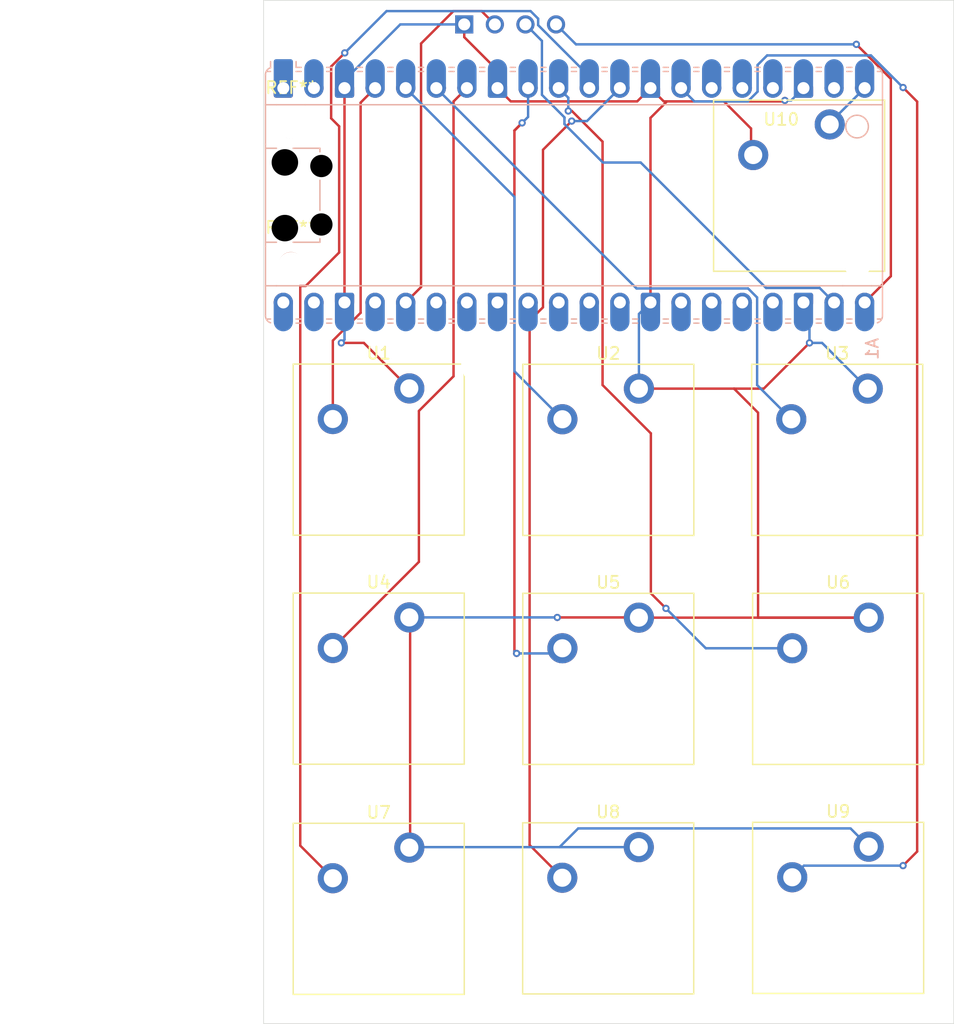
<source format=kicad_pcb>
(kicad_pcb (version 20241229) (generator "pcbnew") (generator_version "9.0")
  (layers (0 "F.Cu" signal) (2 "B.Cu" signal) (13 "F.Paste" user) (15 "B.Paste" user) (5 "F.SilkS" user "F.Silkscreen") (7 "B.SilkS" user "B.Silkscreen") (1 "F.Mask" user) (3 "B.Mask" user) (25 "Edge.Cuts" user))
  (net 0 "")
  (net 1 "BAT+")
  (net 3 "Net-(A1-GPIO9)")
  (net 4 "Net-(A1-GPIO2)")
  (net 7 "Earth")
  (net 8 "Net-(A1-GPIO17)")
  (net 9 "Net-(A1-GPIO5)")
  (net 11 "Net-(A1-GPIO6)")
  (net 16 "Net-(A1-GPIO15)")
  (net 22 "Net-(A1-GPIO16)")
  (net 25 "Net-(A1-GPIO8)")
  (net 27 "Net-(A1-GPIO3)")
  (footprint "" (layer "F.Cu") (at 77.1 158.8)
    (property "Reference" "" (at 0 0 0) (layer "F.SilkS") (effects (font (size 1.27 1.27))))
    (property "Value" "")
    (pad "" np_thru_hole circle (at 0 0) (size 2.2 2.2) (drill 2.2) (layers "*.Cu" "*.Mask"))
  )
  (footprint "" (layer "F.Cu") (at 125 97.2)
    (property "Reference" "" (at 0 0 0) (layer "F.SilkS") (effects (font (size 1.27 1.27))))
    (property "Value" "")
    (pad "" np_thru_hole circle (at 0 0) (size 2.2 2.2) (drill 2.2) (layers "*.Cu" "*.Mask"))
  )
  (footprint "" (layer "F.Cu") (at 113.9 122)
    (property "Reference" "" (at 0 0 0) (layer "F.SilkS") (effects (font (size 1.27 1.27))))
    (property "Value" "")
    (pad "" np_thru_hole circle (at 0 0) (size 2.2 2.2) (drill 2.2) (layers "*.Cu" "*.Mask"))
  )
  (footprint "" (layer "F.Cu") (at 94.1 105.4)
    (property "Reference" "" (at 0 0 0) (layer "F.SilkS") (effects (font (size 1.27 1.27))))
    (property "Value" "")
    (pad "" np_thru_hole circle (at 0 0) (size 4 4) (drill 4) (layers "*.Cu" "*.Mask"))
  )
  (footprint "PCM_Switch_Keyboard_Cherry_MX:SW_Cherry_MX_PCB_1.00u" (layer "F.Cu") (at 104.32 131.6)
    (property "Reference" "U5" (at 0 -8 0) (layer "F.SilkS"))
    (property "Value" "MX1A-11NN")
    (pad "" np_thru_hole circle (at -5.08 0) (size 1.75 1.75) (drill 1.75) (layers "*.Cu" "*.Mask"))
    (pad "" np_thru_hole circle (at 0 0) (size 4 4) (drill 4) (layers "*.Cu" "*.Mask"))
    (pad "" np_thru_hole circle (at 5.08 0) (size 1.75 1.75) (drill 1.75) (layers "*.Cu" "*.Mask"))
    (pad "1" thru_hole circle (at -3.81 -2.54) (size 2.5 2.5) (drill 1.5) (layers "*.Cu" "*.Mask") (net 11 "Net-(A1-GPIO6)"))
    (pad "2" thru_hole circle (at 2.54 -5.08) (size 2.5 2.5) (drill 1.5) (layers "*.Cu" "*.Mask") (net 7 "Earth"))
  )
  (footprint "" (layer "F.Cu") (at 131.6 76.7)
    (property "Reference" "" (at 0 0 0) (layer "F.SilkS") (effects (font (size 1.27 1.27))))
    (property "Value" "")
    (pad "" np_thru_hole circle (at 0 0) (size 2.2 2.2) (drill 2.2) (layers "*.Cu" "*.Mask"))
  )
  (footprint "PCM_Switch_Keyboard_Cherry_MX:SW_Cherry_MX_PCB_1.00u" (layer "F.Cu") (at 85.26 131.58)
    (property "Reference" "U4" (at 0 -8 0) (layer "F.SilkS"))
    (property "Value" "MX1A-11NN")
    (pad "" np_thru_hole circle (at -5.08 0) (size 1.75 1.75) (drill 1.75) (layers "*.Cu" "*.Mask"))
    (pad "" np_thru_hole circle (at 0 0) (size 4 4) (drill 4) (layers "*.Cu" "*.Mask"))
    (pad "" np_thru_hole circle (at 5.08 0) (size 1.75 1.75) (drill 1.75) (layers "*.Cu" "*.Mask"))
    (pad "1" thru_hole circle (at -3.81 -2.54) (size 2.5 2.5) (drill 1.5) (layers "*.Cu" "*.Mask") (net 9 "Net-(A1-GPIO5)"))
    (pad "2" thru_hole circle (at 2.54 -5.08) (size 2.5 2.5) (drill 1.5) (layers "*.Cu" "*.Mask") (net 7 "Earth"))
  )
  (footprint "PCM_Switch_Keyboard_Cherry_MX:SW_Cherry_MX_PCB_1.00u" (layer "F.Cu") (at 85.26 112.58)
    (property "Reference" "U1" (at 0 -8 0) (layer "F.SilkS"))
    (property "Value" "MX1A-11NN")
    (pad "" np_thru_hole circle (at -5.08 0) (size 1.75 1.75) (drill 1.75) (layers "*.Cu" "*.Mask"))
    (pad "" np_thru_hole circle (at 0 0) (size 4 4) (drill 4) (layers "*.Cu" "*.Mask"))
    (pad "" np_thru_hole circle (at 5.08 0) (size 1.75 1.75) (drill 1.75) (layers "*.Cu" "*.Mask"))
    (pad "1" thru_hole circle (at -3.81 -2.54) (size 2.5 2.5) (drill 1.5) (layers "*.Cu" "*.Mask") (net 4 "Net-(A1-GPIO2)"))
    (pad "2" thru_hole circle (at 2.54 -5.08) (size 2.5 2.5) (drill 1.5) (layers "*.Cu" "*.Mask") (net 7 "Earth"))
  )
  (footprint "PCM_Switch_Keyboard_Cherry_MX:SW_Cherry_MX_PCB_1.00u" (layer "F.Cu") (at 104.32 112.6)
    (property "Reference" "U2" (at 0 -8 0) (layer "F.SilkS"))
    (property "Value" "MX1A-11NN")
    (pad "" np_thru_hole circle (at -5.08 0) (size 1.75 1.75) (drill 1.75) (layers "*.Cu" "*.Mask"))
    (pad "" np_thru_hole circle (at 0 0) (size 4 4) (drill 4) (layers "*.Cu" "*.Mask"))
    (pad "" np_thru_hole circle (at 5.08 0) (size 1.75 1.75) (drill 1.75) (layers "*.Cu" "*.Mask"))
    (pad "1" thru_hole circle (at -3.81 -2.54) (size 2.5 2.5) (drill 1.5) (layers "*.Cu" "*.Mask") (net 27 "Net-(A1-GPIO3)"))
    (pad "2" thru_hole circle (at 2.54 -5.08) (size 2.5 2.5) (drill 1.5) (layers "*.Cu" "*.Mask") (net 7 "Earth"))
  )
  (footprint "PCM_Switch_Keyboard_Cherry_MX:SW_Cherry_MX_PCB_1.00u" (layer "F.Cu") (at 104.31 150.64)
    (property "Reference" "U8" (at 0 -8 0) (layer "F.SilkS"))
    (property "Value" "MX1A-11NN")
    (pad "" np_thru_hole circle (at -5.08 0) (size 1.75 1.75) (drill 1.75) (layers "*.Cu" "*.Mask"))
    (pad "" np_thru_hole circle (at 0 0) (size 4 4) (drill 4) (layers "*.Cu" "*.Mask"))
    (pad "" np_thru_hole circle (at 5.08 0) (size 1.75 1.75) (drill 1.75) (layers "*.Cu" "*.Mask"))
    (pad "1" thru_hole circle (at -3.81 -2.54) (size 2.5 2.5) (drill 1.5) (layers "*.Cu" "*.Mask") (net 3 "Net-(A1-GPIO9)"))
    (pad "2" thru_hole circle (at 2.54 -5.08) (size 2.5 2.5) (drill 1.5) (layers "*.Cu" "*.Mask") (net 7 "Earth"))
  )
  (footprint "MountingHole:MountingHole_2.2mm_M2" (layer "F.Cu") (at 78 97.3)
    (property "Reference" "REF**" (at 0 -3.15 0) (layer "F.SilkS"))
    (property "Value" "MountingHole_2.2mm_M2")
    (pad "" np_thru_hole circle (at 0 0) (size 2.2 2.2) (drill 2.2) (layers "*.Cu" "*.Mask"))
  )
  (footprint "" (layer "F.Cu") (at 94.8 141.1)
    (property "Reference" "" (at 0 0 0) (layer "F.SilkS") (effects (font (size 1.27 1.27))))
    (property "Value" "")
    (pad "" np_thru_hole circle (at 0 0) (size 2.2 2.2) (drill 2.2) (layers "*.Cu" "*.Mask"))
  )
  (footprint "PCM_Switch_Keyboard_Cherry_MX:SW_Cherry_MX_PCB_1.00u" (layer "F.Cu") (at 123.4 131.6)
    (property "Reference" "U6" (at 0 -8 0) (layer "F.SilkS"))
    (property "Value" "MX1A-11NN")
    (pad "" np_thru_hole circle (at -5.08 0) (size 1.75 1.75) (drill 1.75) (layers "*.Cu" "*.Mask"))
    (pad "" np_thru_hole circle (at 0 0) (size 4 4) (drill 4) (layers "*.Cu" "*.Mask"))
    (pad "" np_thru_hole circle (at 5.08 0) (size 1.75 1.75) (drill 1.75) (layers "*.Cu" "*.Mask"))
    (pad "1" thru_hole circle (at -3.81 -2.54) (size 2.5 2.5) (drill 1.5) (layers "*.Cu" "*.Mask") (net 1 "BAT+"))
    (pad "2" thru_hole circle (at 2.54 -5.08) (size 2.5 2.5) (drill 1.5) (layers "*.Cu" "*.Mask") (net 7 "Earth"))
  )
  (footprint "" (layer "F.Cu") (at 131.5 158.7)
    (property "Reference" "" (at 0 0 0) (layer "F.SilkS") (effects (font (size 1.27 1.27))))
    (property "Value" "")
    (pad "" np_thru_hole circle (at 0 0) (size 2.2 2.2) (drill 2.2) (layers "*.Cu" "*.Mask"))
  )
  (footprint "MountingHole:MountingHole_2.2mm_M2" (layer "F.Cu") (at 78 85.7)
    (property "Reference" "REF**" (at 0 -3.15 0) (layer "F.SilkS"))
    (property "Value" "MountingHole_2.2mm_M2")
    (pad "" np_thru_hole circle (at 0 0) (size 2.2 2.2) (drill 2.2) (layers "*.Cu" "*.Mask"))
  )
  (footprint "PCM_Switch_Keyboard_Cherry_MX:SW_Cherry_MX_PCB_1.00u" (layer "F.Cu") (at 120.16 90.68)
    (property "Reference" "U10" (at -1.48 -5.5 0) (layer "F.SilkS"))
    (property "Value" "MX1A-11NN")
    (pad "" np_thru_hole circle (at -5.08 0) (size 1.75 1.75) (drill 1.75) (layers "*.Cu" "*.Mask"))
    (pad "" np_thru_hole circle (at 0 0) (size 4 4) (drill 4) (layers "*.Cu" "*.Mask"))
    (pad "" np_thru_hole circle (at 5.08 0) (size 1.75 1.75) (drill 1.75) (layers "*.Cu" "*.Mask"))
    (pad "1" thru_hole circle (at -3.81 -2.54) (size 2.5 2.5) (drill 1.5) (layers "*.Cu" "*.Mask") (net 7 "Earth"))
    (pad "2" thru_hole circle (at 2.54 -5.08) (size 2.5 2.5) (drill 1.5) (layers "*.Cu" "*.Mask") (net 16 "Net-(A1-GPIO15)"))
  )
  (footprint "" (layer "F.Cu") (at 94.7 122.2)
    (property "Reference" "" (at 0 0 0) (layer "F.SilkS") (effects (font (size 1.27 1.27))))
    (property "Value" "")
    (pad "" np_thru_hole circle (at 0 0) (size 2.2 2.2) (drill 2.2) (layers "*.Cu" "*.Mask"))
  )
  (footprint "DM-OLED096-636:MODULE_DM-OLED096-636" (layer "F.Cu") (at 96.17 88.8)
    (property "Reference" "U11" (hide yes))
    (property "Value" "DM-OLED096-636")
    (pad "1" thru_hole rect (at -3.81 -11.5) (size 1.508 1.508) (drill 1) (layers "*.Cu" "*.Mask") (net 7 "Earth"))
    (pad "2" thru_hole circle (at -1.27 -11.5) (size 1.508 1.508) (drill 1) (layers "*.Cu" "*.Mask") (net 1 "BAT+"))
    (pad "3" thru_hole circle (at 1.27 -11.5) (size 1.508 1.508) (drill 1) (layers "*.Cu" "*.Mask") (net 8 "Net-(A1-GPIO17)"))
    (pad "4" thru_hole circle (at 3.81 -11.5) (size 1.508 1.508) (drill 1) (layers "*.Cu" "*.Mask") (net 22 "Net-(A1-GPIO16)"))
  )
  (footprint "PCM_Switch_Keyboard_Cherry_MX:SW_Cherry_MX_PCB_1.00u" (layer "F.Cu") (at 123.32 112.6)
    (property "Reference" "U3" (at 0 -8 0) (layer "F.SilkS"))
    (property "Value" "MX1A-11NN")
    (pad "" np_thru_hole circle (at -5.08 0) (size 1.75 1.75) (drill 1.75) (layers "*.Cu" "*.Mask"))
    (pad "" np_thru_hole circle (at 0 0) (size 4 4) (drill 4) (layers "*.Cu" "*.Mask"))
    (pad "" np_thru_hole circle (at 5.08 0) (size 1.75 1.75) (drill 1.75) (layers "*.Cu" "*.Mask"))
    (pad "1" thru_hole circle (at -3.81 -2.54) (size 2.5 2.5) (drill 1.5) (layers "*.Cu" "*.Mask") (net 1 "BAT+"))
    (pad "2" thru_hole circle (at 2.54 -5.08) (size 2.5 2.5) (drill 1.5) (layers "*.Cu" "*.Mask") (net 7 "Earth"))
  )
  (footprint "" (layer "F.Cu") (at 77.1 76.7)
    (property "Reference" "" (at 0 0 0) (layer "F.SilkS") (effects (font (size 1.27 1.27))))
    (property "Value" "")
    (pad "" np_thru_hole circle (at 0 0) (size 2.2 2.2) (drill 2.2) (layers "*.Cu" "*.Mask"))
  )
  (footprint "PCM_Switch_Keyboard_Cherry_MX:SW_Cherry_MX_PCB_1.00u" (layer "F.Cu") (at 85.26 150.68)
    (property "Reference" "U7" (at 0 -8 0) (layer "F.SilkS"))
    (property "Value" "MX1A-11NN")
    (pad "" np_thru_hole circle (at -5.08 0) (size 1.75 1.75) (drill 1.75) (layers "*.Cu" "*.Mask"))
    (pad "" np_thru_hole circle (at 0 0) (size 4 4) (drill 4) (layers "*.Cu" "*.Mask"))
    (pad "" np_thru_hole circle (at 5.08 0) (size 1.75 1.75) (drill 1.75) (layers "*.Cu" "*.Mask"))
    (pad "1" thru_hole circle (at -3.81 -2.54) (size 2.5 2.5) (drill 1.5) (layers "*.Cu" "*.Mask") (net 25 "Net-(A1-GPIO8)"))
    (pad "2" thru_hole circle (at 2.54 -5.08) (size 2.5 2.5) (drill 1.5) (layers "*.Cu" "*.Mask") (net 7 "Earth"))
  )
  (footprint "PCM_Switch_Keyboard_Cherry_MX:SW_Cherry_MX_PCB_1.00u" (layer "F.Cu") (at 123.4 150.6)
    (property "Reference" "U9" (at 0 -8 0) (layer "F.SilkS"))
    (property "Value" "MX1A-11NN")
    (pad "" np_thru_hole circle (at -5.08 0) (size 1.75 1.75) (drill 1.75) (layers "*.Cu" "*.Mask"))
    (pad "" np_thru_hole circle (at 0 0) (size 4 4) (drill 4) (layers "*.Cu" "*.Mask"))
    (pad "" np_thru_hole circle (at 5.08 0) (size 1.75 1.75) (drill 1.75) (layers "*.Cu" "*.Mask"))
    (pad "1" thru_hole circle (at -3.81 -2.54) (size 2.5 2.5) (drill 1.5) (layers "*.Cu" "*.Mask") (net 1 "BAT+"))
    (pad "2" thru_hole circle (at 2.54 -5.08) (size 2.5 2.5) (drill 1.5) (layers "*.Cu" "*.Mask") (net 7 "Earth"))
  )
  (footprint "" (layer "F.Cu") (at 113.9 141.2)
    (property "Reference" "" (at 0 0 0) (layer "F.SilkS") (effects (font (size 1.27 1.27))))
    (property "Value" "")
    (pad "" np_thru_hole circle (at 0 0) (size 2.2 2.2) (drill 2.2) (layers "*.Cu" "*.Mask"))
  )
  (footprint "Module_RaspberryPi_Pico:RaspberryPi_Pico_Common" (layer "B.Cu") (at 101.47 91.475 -90)
    (property "Reference" "A1" (at 11.7475 -24.765 90) (layer "B.SilkS") (effects (justify left mirror)))
    (property "Value" "RaspberryPi_Pico")
    (pad "" np_thru_hole circle (at -2.725 24 270) (size 2.2 2.2) (drill 2.2) (layers "*.Mask"))
    (pad "" np_thru_hole circle (at -2.425 20.97 270) (size 1.85 1.85) (drill 1.85) (layers "*.Mask"))
    (pad "" np_thru_hole circle (at 2.425 20.97 270) (size 1.85 1.85) (drill 1.85) (layers "*.Mask"))
    (pad "" np_thru_hole circle (at 2.725 24 270) (size 2.2 2.2) (drill 2.2) (layers "*.Mask"))
    (pad "1" thru_hole roundrect (at -8.89 24.13 270) (size 1.6 1.6) (drill 1) (layers "*.Cu" "*.Mask") (roundrect_rratio 0.125))
    (pad "1" smd custom (at -8.89 24.13 270) (size 1.6 1.6) (layers "B.Cu" "B.Mask") (options (clearance outline) (anchor circle)) (primitives (gr_poly (pts (xy -2.4 -0.6) (xy -2.4 0.6) (xy -2.2 0.8) (xy 0 0.8) (xy 0 -0.8) (xy -2.2 -0.8)) (width 0) (fill yes)) (gr_circle (center -2.2 -0.6) (end -2 -0.6) (width 0) (fill yes)) (gr_circle (center -2.2 0.6) (end -2 0.6) (width 0) (fill yes))))
    (pad "2" thru_hole circle (at -8.89 21.59 270) (size 1.6 1.6) (drill 1) (layers "*.Cu" "*.Mask"))
    (pad "2" smd roundrect (at -8.89 21.59 270) (size 3.2 1.6) (drill (offset -0.8 0)) (layers "B.Cu" "B.Mask") (roundrect_rratio 0.5))
    (pad "3" thru_hole custom (at -8.89 19.05 270) (size 1.6 1.6) (drill 1) (layers "*.Cu" "*.Mask") (net 7 "Earth") (options (clearance outline) (anchor circle)) (primitives (gr_poly (pts (xy 0.8 -0.6) (xy 0.8 0.6) (xy 0.6 0.8) (xy 0 0.8) (xy 0 -0.8) (xy 0.6 -0.8)) (width 0) (fill yes)) (gr_circle (center 0.6 -0.6) (end 0.8 -0.6) (width 0) (fill yes)) (gr_circle (center 0.6 0.6) (end 0.8 0.6) (width 0) (fill yes))))
    (pad "3" smd custom (at -8.89 19.05 270) (size 1.6 1.6) (layers "B.Cu" "B.Mask") (net 7 "Earth") (options (clearance outline) (anchor circle)) (primitives (gr_poly (pts (xy 0.8 0.6) (xy 0.8 -0.6) (xy 0.6 -0.8) (xy -1.6 -0.8) (xy -1.6 0.8) (xy 0.6 0.8)) (width 0) (fill yes)) (gr_circle (center 0.6 -0.6) (end 0.8 -0.6) (width 0) (fill yes)) (gr_circle (center 0.6 0.6) (end 0.8 0.6) (width 0) (fill yes)) (gr_circle (center -1.6 0) (end -0.8 0) (width 0) (fill yes))))
    (pad "4" thru_hole circle (at -8.89 16.51 270) (size 1.6 1.6) (drill 1) (layers "*.Cu" "*.Mask") (net 4 "Net-(A1-GPIO2)"))
    (pad "4" smd roundrect (at -8.89 16.51 270) (size 3.2 1.6) (drill (offset -0.8 0)) (layers "B.Cu" "B.Mask") (roundrect_rratio 0.5) (net 4 "Net-(A1-GPIO2)"))
    (pad "5" thru_hole circle (at -8.89 13.97 270) (size 1.6 1.6) (drill 1) (layers "*.Cu" "*.Mask") (net 27 "Net-(A1-GPIO3)"))
    (pad "5" smd roundrect (at -8.89 13.97 270) (size 3.2 1.6) (drill (offset -0.8 0)) (layers "B.Cu" "B.Mask") (roundrect_rratio 0.5) (net 27 "Net-(A1-GPIO3)"))
    (pad "6" thru_hole circle (at -8.89 11.43 270) (size 1.6 1.6) (drill 1) (layers "*.Cu" "*.Mask") (net 1 "BAT+"))
    (pad "6" smd roundrect (at -8.89 11.43 270) (size 3.2 1.6) (drill (offset -0.8 0)) (layers "B.Cu" "B.Mask") (roundrect_rratio 0.5) (net 1 "BAT+"))
    (pad "7" thru_hole circle (at -8.89 8.89 270) (size 1.6 1.6) (drill 1) (layers "*.Cu" "*.Mask") (net 9 "Net-(A1-GPIO5)"))
    (pad "7" smd roundrect (at -8.89 8.89 270) (size 3.2 1.6) (drill (offset -0.8 0)) (layers "B.Cu" "B.Mask") (roundrect_rratio 0.5) (net 9 "Net-(A1-GPIO5)"))
    (pad "8" thru_hole custom (at -8.89 6.35 270) (size 1.6 1.6) (drill 1) (layers "*.Cu" "*.Mask") (net 7 "Earth") (options (clearance outline) (anchor circle)) (primitives (gr_poly (pts (xy 0.8 -0.6) (xy 0.8 0.6) (xy 0.6 0.8) (xy 0 0.8) (xy 0 -0.8) (xy 0.6 -0.8)) (width 0) (fill yes)) (gr_circle (center 0.6 -0.6) (end 0.8 -0.6) (width 0) (fill yes)) (gr_circle (center 0.6 0.6) (end 0.8 0.6) (width 0) (fill yes))))
    (pad "8" smd custom (at -8.89 6.35 270) (size 1.6 1.6) (layers "B.Cu" "B.Mask") (net 7 "Earth") (options (clearance outline) (anchor circle)) (primitives (gr_poly (pts (xy 0.8 0.6) (xy 0.8 -0.6) (xy 0.6 -0.8) (xy -1.6 -0.8) (xy -1.6 0.8) (xy 0.6 0.8)) (width 0) (fill yes)) (gr_circle (center 0.6 -0.6) (end 0.8 -0.6) (width 0) (fill yes)) (gr_circle (center 0.6 0.6) (end 0.8 0.6) (width 0) (fill yes)) (gr_circle (center -1.6 0) (end -0.8 0) (width 0) (fill yes))))
    (pad "9" thru_hole circle (at -8.89 3.81 270) (size 1.6 1.6) (drill 1) (layers "*.Cu" "*.Mask") (net 11 "Net-(A1-GPIO6)"))
    (pad "9" smd roundrect (at -8.89 3.81 270) (size 3.2 1.6) (drill (offset -0.8 0)) (layers "B.Cu" "B.Mask") (roundrect_rratio 0.5) (net 11 "Net-(A1-GPIO6)"))
    (pad "10" thru_hole circle (at -8.89 1.27 270) (size 1.6 1.6) (drill 1) (layers "*.Cu" "*.Mask") (net 1 "BAT+"))
    (pad "10" smd roundrect (at -8.89 1.27 270) (size 3.2 1.6) (drill (offset -0.8 0)) (layers "B.Cu" "B.Mask") (roundrect_rratio 0.5) (net 1 "BAT+"))
    (pad "11" thru_hole circle (at -8.89 -1.27 270) (size 1.6 1.6) (drill 1) (layers "*.Cu" "*.Mask") (net 25 "Net-(A1-GPIO8)"))
    (pad "11" smd roundrect (at -8.89 -1.27 270) (size 3.2 1.6) (drill (offset -0.8 0)) (layers "B.Cu" "B.Mask") (roundrect_rratio 0.5) (net 25 "Net-(A1-GPIO8)"))
    (pad "12" thru_hole circle (at -8.89 -3.81 270) (size 1.6 1.6) (drill 1) (layers "*.Cu" "*.Mask") (net 3 "Net-(A1-GPIO9)"))
    (pad "12" smd roundrect (at -8.89 -3.81 270) (size 3.2 1.6) (drill (offset -0.8 0)) (layers "B.Cu" "B.Mask") (roundrect_rratio 0.5) (net 3 "Net-(A1-GPIO9)"))
    (pad "13" thru_hole custom (at -8.89 -6.35 270) (size 1.6 1.6) (drill 1) (layers "*.Cu" "*.Mask") (net 7 "Earth") (options (clearance outline) (anchor circle)) (primitives (gr_poly (pts (xy 0.8 -0.6) (xy 0.8 0.6) (xy 0.6 0.8) (xy 0 0.8) (xy 0 -0.8) (xy 0.6 -0.8)) (width 0) (fill yes)) (gr_circle (center 0.6 -0.6) (end 0.8 -0.6) (width 0) (fill yes)) (gr_circle (center 0.6 0.6) (end 0.8 0.6) (width 0) (fill yes))))
    (pad "13" smd custom (at -8.89 -6.35 270) (size 1.6 1.6) (layers "B.Cu" "B.Mask") (net 7 "Earth") (options (clearance outline) (anchor circle)) (primitives (gr_poly (pts (xy 0.8 0.6) (xy 0.8 -0.6) (xy 0.6 -0.8) (xy -1.6 -0.8) (xy -1.6 0.8) (xy 0.6 0.8)) (width 0) (fill yes)) (gr_circle (center 0.6 -0.6) (end 0.8 -0.6) (width 0) (fill yes)) (gr_circle (center 0.6 0.6) (end 0.8 0.6) (width 0) (fill yes)) (gr_circle (center -1.6 0) (end -0.8 0) (width 0) (fill yes))))
    (pad "14" thru_hole circle (at -8.89 -8.89 270) (size 1.6 1.6) (drill 1) (layers "*.Cu" "*.Mask") (net 1 "BAT+"))
    (pad "14" smd roundrect (at -8.89 -8.89 270) (size 3.2 1.6) (drill (offset -0.8 0)) (layers "B.Cu" "B.Mask") (roundrect_rratio 0.5) (net 1 "BAT+"))
    (pad "15" thru_hole circle (at -8.89 -11.43 270) (size 1.6 1.6) (drill 1) (layers "*.Cu" "*.Mask"))
    (pad "15" smd roundrect (at -8.89 -11.43 270) (size 3.2 1.6) (drill (offset -0.8 0)) (layers "B.Cu" "B.Mask") (roundrect_rratio 0.5))
    (pad "16" thru_hole circle (at -8.89 -13.97 270) (size 1.6 1.6) (drill 1) (layers "*.Cu" "*.Mask"))
    (pad "16" smd roundrect (at -8.89 -13.97 270) (size 3.2 1.6) (drill (offset -0.8 0)) (layers "B.Cu" "B.Mask") (roundrect_rratio 0.5))
    (pad "17" thru_hole circle (at -8.89 -16.51 270) (size 1.6 1.6) (drill 1) (layers "*.Cu" "*.Mask"))
    (pad "17" smd roundrect (at -8.89 -16.51 270) (size 3.2 1.6) (drill (offset -0.8 0)) (layers "B.Cu" "B.Mask") (roundrect_rratio 0.5))
    (pad "18" thru_hole custom (at -8.89 -19.05 270) (size 1.6 1.6) (drill 1) (layers "*.Cu" "*.Mask") (net 7 "Earth") (options (clearance outline) (anchor circle)) (primitives (gr_poly (pts (xy 0.8 -0.6) (xy 0.8 0.6) (xy 0.6 0.8) (xy 0 0.8) (xy 0 -0.8) (xy 0.6 -0.8)) (width 0) (fill yes)) (gr_circle (center 0.6 -0.6) (end 0.8 -0.6) (width 0) (fill yes)) (gr_circle (center 0.6 0.6) (end 0.8 0.6) (width 0) (fill yes))))
    (pad "18" smd custom (at -8.89 -19.05 270) (size 1.6 1.6) (layers "B.Cu" "B.Mask") (net 7 "Earth") (options (clearance outline) (anchor circle)) (primitives (gr_poly (pts (xy 0.8 0.6) (xy 0.8 -0.6) (xy 0.6 -0.8) (xy -1.6 -0.8) (xy -1.6 0.8) (xy 0.6 0.8)) (width 0) (fill yes)) (gr_circle (center 0.6 -0.6) (end 0.8 -0.6) (width 0) (fill yes)) (gr_circle (center 0.6 0.6) (end 0.8 0.6) (width 0) (fill yes)) (gr_circle (center -1.6 0) (end -0.8 0) (width 0) (fill yes))))
    (pad "19" thru_hole circle (at -8.89 -21.59 270) (size 1.6 1.6) (drill 1) (layers "*.Cu" "*.Mask"))
    (pad "19" smd roundrect (at -8.89 -21.59 270) (size 3.2 1.6) (drill (offset -0.8 0)) (layers "B.Cu" "B.Mask") (roundrect_rratio 0.5))
    (pad "20" thru_hole circle (at -8.89 -24.13 270) (size 1.6 1.6) (drill 1) (layers "*.Cu" "*.Mask") (net 16 "Net-(A1-GPIO15)"))
    (pad "20" smd roundrect (at -8.89 -24.13 270) (size 3.2 1.6) (drill (offset -0.8 0)) (layers "B.Cu" "B.Mask") (roundrect_rratio 0.5) (net 16 "Net-(A1-GPIO15)"))
    (pad "21" thru_hole circle (at 8.89 -24.13 270) (size 1.6 1.6) (drill 1) (layers "*.Cu" "*.Mask") (net 22 "Net-(A1-GPIO16)"))
    (pad "21" smd roundrect (at 8.89 -24.13 270) (size 3.2 1.6) (drill (offset 0.8 0)) (layers "B.Cu" "B.Mask") (roundrect_rratio 0.5) (net 22 "Net-(A1-GPIO16)"))
    (pad "22" thru_hole circle (at 8.89 -21.59 270) (size 1.6 1.6) (drill 1) (layers "*.Cu" "*.Mask") (net 8 "Net-(A1-GPIO17)"))
    (pad "22" smd roundrect (at 8.89 -21.59 270) (size 3.2 1.6) (drill (offset 0.8 0)) (layers "B.Cu" "B.Mask") (roundrect_rratio 0.5) (net 8 "Net-(A1-GPIO17)"))
    (pad "23" thru_hole custom (at 8.89 -19.05 270) (size 1.6 1.6) (drill 1) (layers "*.Cu" "*.Mask") (net 7 "Earth") (options (clearance outline) (anchor circle)) (primitives (gr_poly (pts (xy -0.8 -0.6) (xy -0.8 0.6) (xy -0.6 0.8) (xy 0 0.8) (xy 0 -0.8) (xy -0.6 -0.8)) (width 0) (fill yes)) (gr_circle (center -0.6 -0.6) (end -0.4 -0.6) (width 0) (fill yes)) (gr_circle (center -0.6 0.6) (end -0.4 0.6) (width 0) (fill yes))))
    (pad "23" smd custom (at 8.89 -19.05 270) (size 1.6 1.6) (layers "B.Cu" "B.Mask") (net 7 "Earth") (options (clearance outline) (anchor circle)) (primitives (gr_poly (pts (xy -0.8 0.6) (xy -0.8 -0.6) (xy -0.6 -0.8) (xy 1.6 -0.8) (xy 1.6 0.8) (xy -0.6 0.8)) (width 0) (fill yes)) (gr_circle (center -0.6 -0.6) (end -0.4 -0.6) (width 0) (fill yes)) (gr_circle (center -0.6 0.6) (end -0.4 0.6) (width 0) (fill yes)) (gr_circle (center 1.6 0) (end 2.4 0) (width 0) (fill yes))))
    (pad "24" thru_hole circle (at 8.89 -16.51 270) (size 1.6 1.6) (drill 1) (layers "*.Cu" "*.Mask"))
    (pad "24" smd roundrect (at 8.89 -16.51 270) (size 3.2 1.6) (drill (offset 0.8 0)) (layers "B.Cu" "B.Mask") (roundrect_rratio 0.5))
    (pad "25" thru_hole circle (at 8.89 -13.97 270) (size 1.6 1.6) (drill 1) (layers "*.Cu" "*.Mask"))
    (pad "25" smd roundrect (at 8.89 -13.97 270) (size 3.2 1.6) (drill (offset 0.8 0)) (layers "B.Cu" "B.Mask") (roundrect_rratio 0.5))
    (pad "26" thru_hole circle (at 8.89 -11.43 270) (size 1.6 1.6) (drill 1) (layers "*.Cu" "*.Mask"))
    (pad "26" smd roundrect (at 8.89 -11.43 270) (size 3.2 1.6) (drill (offset 0.8 0)) (layers "B.Cu" "B.Mask") (roundrect_rratio 0.5))
    (pad "27" thru_hole circle (at 8.89 -8.89 270) (size 1.6 1.6) (drill 1) (layers "*.Cu" "*.Mask"))
    (pad "27" smd roundrect (at 8.89 -8.89 270) (size 3.2 1.6) (drill (offset 0.8 0)) (layers "B.Cu" "B.Mask") (roundrect_rratio 0.5))
    (pad "28" thru_hole custom (at 8.89 -6.35 270) (size 1.6 1.6) (drill 1) (layers "*.Cu" "*.Mask") (net 7 "Earth") (options (clearance outline) (anchor circle)) (primitives (gr_poly (pts (xy -0.8 -0.6) (xy -0.8 0.6) (xy -0.6 0.8) (xy 0 0.8) (xy 0 -0.8) (xy -0.6 -0.8)) (width 0) (fill yes)) (gr_circle (center -0.6 -0.6) (end -0.4 -0.6) (width 0) (fill yes)) (gr_circle (center -0.6 0.6) (end -0.4 0.6) (width 0) (fill yes))))
    (pad "28" smd custom (at 8.89 -6.35 270) (size 1.6 1.6) (layers "B.Cu" "B.Mask") (net 7 "Earth") (options (clearance outline) (anchor circle)) (primitives (gr_poly (pts (xy -0.8 0.6) (xy -0.8 -0.6) (xy -0.6 -0.8) (xy 1.6 -0.8) (xy 1.6 0.8) (xy -0.6 0.8)) (width 0) (fill yes)) (gr_circle (center -0.6 -0.6) (end -0.4 -0.6) (width 0) (fill yes)) (gr_circle (center -0.6 0.6) (end -0.4 0.6) (width 0) (fill yes)) (gr_circle (center 1.6 0) (end 2.4 0) (width 0) (fill yes))))
    (pad "29" thru_hole circle (at 8.89 -3.81 270) (size 1.6 1.6) (drill 1) (layers "*.Cu" "*.Mask"))
    (pad "29" smd roundrect (at 8.89 -3.81 270) (size 3.2 1.6) (drill (offset 0.8 0)) (layers "B.Cu" "B.Mask") (roundrect_rratio 0.5))
    (pad "30" thru_hole circle (at 8.89 -1.27 270) (size 1.6 1.6) (drill 1) (layers "*.Cu" "*.Mask"))
    (pad "30" smd roundrect (at 8.89 -1.27 270) (size 3.2 1.6) (drill (offset 0.8 0)) (layers "B.Cu" "B.Mask") (roundrect_rratio 0.5))
    (pad "31" thru_hole circle (at 8.89 1.27 270) (size 1.6 1.6) (drill 1) (layers "*.Cu" "*.Mask"))
    (pad "31" smd roundrect (at 8.89 1.27 270) (size 3.2 1.6) (drill (offset 0.8 0)) (layers "B.Cu" "B.Mask") (roundrect_rratio 0.5))
    (pad "32" thru_hole circle (at 8.89 3.81 270) (size 1.6 1.6) (drill 1) (layers "*.Cu" "*.Mask"))
    (pad "32" smd roundrect (at 8.89 3.81 270) (size 3.2 1.6) (drill (offset 0.8 0)) (layers "B.Cu" "B.Mask") (roundrect_rratio 0.5))
    (pad "33" thru_hole custom (at 8.89 6.35 270) (size 1.6 1.6) (drill 1) (layers "*.Cu" "*.Mask") (options (clearance outline) (anchor circle)) (primitives (gr_poly (pts (xy -0.8 -0.6) (xy -0.8 0.6) (xy -0.6 0.8) (xy 0 0.8) (xy 0 -0.8) (xy -0.6 -0.8)) (width 0) (fill yes)) (gr_circle (center -0.6 -0.6) (end -0.4 -0.6) (width 0) (fill yes)) (gr_circle (center -0.6 0.6) (end -0.4 0.6) (width 0) (fill yes))))
    (pad "33" smd custom (at 8.89 6.35 270) (size 1.6 1.6) (layers "B.Cu" "B.Mask") (options (clearance outline) (anchor circle)) (primitives (gr_poly (pts (xy -0.8 0.6) (xy -0.8 -0.6) (xy -0.6 -0.8) (xy 1.6 -0.8) (xy 1.6 0.8) (xy -0.6 0.8)) (width 0) (fill yes)) (gr_circle (center -0.6 -0.6) (end -0.4 -0.6) (width 0) (fill yes)) (gr_circle (center -0.6 0.6) (end -0.4 0.6) (width 0) (fill yes)) (gr_circle (center 1.6 0) (end 2.4 0) (width 0) (fill yes))))
    (pad "34" thru_hole circle (at 8.89 8.89 270) (size 1.6 1.6) (drill 1) (layers "*.Cu" "*.Mask"))
    (pad "34" smd roundrect (at 8.89 8.89 270) (size 3.2 1.6) (drill (offset 0.8 0)) (layers "B.Cu" "B.Mask") (roundrect_rratio 0.5))
    (pad "35" thru_hole circle (at 8.89 11.43 270) (size 1.6 1.6) (drill 1) (layers "*.Cu" "*.Mask"))
    (pad "35" smd roundrect (at 8.89 11.43 270) (size 3.2 1.6) (drill (offset 0.8 0)) (layers "B.Cu" "B.Mask") (roundrect_rratio 0.5))
    (pad "36" thru_hole circle (at 8.89 13.97 270) (size 1.6 1.6) (drill 1) (layers "*.Cu" "*.Mask") (net 1 "BAT+"))
    (pad "36" smd roundrect (at 8.89 13.97 270) (size 3.2 1.6) (drill (offset 0.8 0)) (layers "B.Cu" "B.Mask") (roundrect_rratio 0.5) (net 1 "BAT+"))
    (pad "37" thru_hole circle (at 8.89 16.51 270) (size 1.6 1.6) (drill 1) (layers "*.Cu" "*.Mask"))
    (pad "37" smd roundrect (at 8.89 16.51 270) (size 3.2 1.6) (drill (offset 0.8 0)) (layers "B.Cu" "B.Mask") (roundrect_rratio 0.5))
    (pad "38" thru_hole custom (at 8.89 19.05 270) (size 1.6 1.6) (drill 1) (layers "*.Cu" "*.Mask") (net 7 "Earth") (options (clearance outline) (anchor circle)) (primitives (gr_poly (pts (xy -0.8 -0.6) (xy -0.8 0.6) (xy -0.6 0.8) (xy 0 0.8) (xy 0 -0.8) (xy -0.6 -0.8)) (width 0) (fill yes)) (gr_circle (center -0.6 -0.6) (end -0.4 -0.6) (width 0) (fill yes)) (gr_circle (center -0.6 0.6) (end -0.4 0.6) (width 0) (fill yes))))
    (pad "38" smd custom (at 8.89 19.05 270) (size 1.6 1.6) (layers "B.Cu" "B.Mask") (net 7 "Earth") (options (clearance outline) (anchor circle)) (primitives (gr_poly (pts (xy -0.8 0.6) (xy -0.8 -0.6) (xy -0.6 -0.8) (xy 1.6 -0.8) (xy 1.6 0.8) (xy -0.6 0.8)) (width 0) (fill yes)) (gr_circle (center -0.6 -0.6) (end -0.4 -0.6) (width 0) (fill yes)) (gr_circle (center -0.6 0.6) (end -0.4 0.6) (width 0) (fill yes)) (gr_circle (center 1.6 0) (end 2.4 0) (width 0) (fill yes))))
    (pad "39" thru_hole circle (at 8.89 21.59 270) (size 1.6 1.6) (drill 1) (layers "*.Cu" "*.Mask") (net 1 "BAT+"))
    (pad "39" smd roundrect (at 8.89 21.59 270) (size 3.2 1.6) (drill (offset 0.8 0)) (layers "B.Cu" "B.Mask") (roundrect_rratio 0.5) (net 1 "BAT+"))
    (pad "40" thru_hole circle (at 8.89 24.13 270) (size 1.6 1.6) (drill 1) (layers "*.Cu" "*.Mask") (net 1 "BAT+"))
    (pad "40" smd roundrect (at 8.89 24.13 270) (size 3.2 1.6) (drill (offset 0.8 0)) (layers "B.Cu" "B.Mask") (roundrect_rratio 0.5) (net 1 "BAT+"))
  )
  (gr_rect (start 75.7 75.3) (end 133 160.2) (stroke (width 0.05)) (fill no) (layer "Edge.Cuts"))
  (segment (start 107.852 111.23) (end 103.842 107.22) (width 0.2) (layer "F.Cu") (net 1))
  (segment (start 93.7884 76.1884) (end 94.9 77.3) (width 0.2) (layer "F.Cu") (net 1))
  (segment (start 100.997 84.4808) (end 100.997 84.3336) (width 0.2) (layer "F.Cu") (net 1))
  (segment (start 107.852 124.5) (end 107.852 111.23) (width 0.2) (layer "F.Cu") (net 1))
  (segment (start 91.4724 76.1884) (end 93.7884 76.1884) (width 0.2) (layer "F.Cu") (net 1))
  (segment (start 103.842 87.0296) (end 101.293 84.4808) (width 0.2) (layer "F.Cu") (net 1))
  (segment (start 103.842 107.22) (end 103.842 87.0296) (width 0.2) (layer "F.Cu") (net 1))
  (segment (start 129.959 145.924) (end 128.788 147.095) (width 0.2) (layer "F.Cu") (net 1))
  (segment (start 101.293 84.4808) (end 100.997 84.4808) (width 0.2) (layer "F.Cu") (net 1))
  (segment (start 87.5 100.365) (end 88.7743 99.0907) (width 0.2) (layer "F.Cu") (net 1))
  (segment (start 109.105 125.753) (end 107.852 124.5) (width 0.2) (layer "F.Cu") (net 1))
  (segment (start 129.959 83.7069) (end 129.959 145.924) (width 0.2) (layer "F.Cu") (net 1))
  (segment (start 128.788 82.5357) (end 129.959 83.7069) (width 0.2) (layer "F.Cu") (net 1))
  (segment (start 88.7743 99.0907) (end 88.7743 78.8865) (width 0.2) (layer "F.Cu") (net 1))
  (segment (start 100.997 84.3336) (end 100.997 84.4808) (width 0.2) (layer "F.Cu") (net 1))
  (segment (start 88.7743 78.8865) (end 91.4724 76.1884) (width 0.2) (layer "F.Cu") (net 1))
  (via (at 128.788 147.095) (size 0.6) (drill 0.3) (layers "F.Cu" "B.Cu") (net 1))
  (via (at 100.997 84.4808) (size 0.6) (drill 0.3) (layers "F.Cu" "B.Cu") (net 1))
  (via (at 128.788 82.5357) (size 0.6) (drill 0.3) (layers "F.Cu" "B.Cu") (net 1))
  (via (at 109.105 125.753) (size 0.6) (drill 0.3) (layers "F.Cu" "B.Cu") (net 1))
  (segment (start 115.923 99.2083) (end 106.663 99.2083) (width 0.2) (layer "B.Cu") (net 1))
  (segment (start 116.674 107.224) (end 116.674 99.9598) (width 0.2) (layer "B.Cu") (net 1))
  (segment (start 116.674 99.9598) (end 115.923 99.2083) (width 0.2) (layer "B.Cu") (net 1))
  (segment (start 100.997 84.4808) (end 100.997 84.3336) (width 0.2) (layer "B.Cu") (net 1))
  (segment (start 100.2 82.585) (end 100.997 83.3822) (width 0.2) (layer "B.Cu") (net 1))
  (segment (start 100.997 84.3336) (end 100.997 84.4808) (width 0.2) (layer "B.Cu") (net 1))
  (segment (start 115.899 83.6897) (end 111.465 83.6897) (width 0.2) (layer "B.Cu") (net 1))
  (segment (start 126.126 79.8742) (end 117.501 79.8742) (width 0.2) (layer "B.Cu") (net 1))
  (segment (start 112.412 129.06) (end 119.59 129.06) (width 0.2) (layer "B.Cu") (net 1))
  (segment (start 117.501 79.8742) (end 116.71 80.6647) (width 0.2) (layer "B.Cu") (net 1))
  (segment (start 111.465 83.6897) (end 110.36 82.585) (width 0.2) (layer "B.Cu") (net 1))
  (segment (start 100.997 83.3822) (end 100.997 84.4808) (width 0.2) (layer "B.Cu") (net 1))
  (segment (start 109.105 125.753) (end 112.412 129.06) (width 0.2) (layer "B.Cu") (net 1))
  (segment (start 106.663 99.2083) (end 90.04 82.585) (width 0.2) (layer "B.Cu") (net 1))
  (segment (start 119.51 110.06) (end 116.674 107.224) (width 0.2) (layer "B.Cu") (net 1))
  (segment (start 120.555 147.095) (end 119.59 148.06) (width 0.2) (layer "B.Cu") (net 1))
  (segment (start 116.71 80.6647) (end 116.71 82.8788) (width 0.2) (layer "B.Cu") (net 1))
  (segment (start 116.71 82.8788) (end 115.899 83.6897) (width 0.2) (layer "B.Cu") (net 1))
  (segment (start 128.788 147.095) (end 120.555 147.095) (width 0.2) (layer "B.Cu") (net 1))
  (segment (start 128.788 82.5357) (end 126.126 79.8742) (width 0.2) (layer "B.Cu") (net 1))
  (segment (start 97.7873 145.387) (end 97.7873 101.88) (width 0.2) (layer "F.Cu") (net 3))
  (segment (start 100.5 148.1) (end 97.7873 145.387) (width 0.2) (layer "F.Cu") (net 3))
  (segment (start 98.8963 87.7031) (end 101.28 85.3191) (width 0.2) (layer "F.Cu") (net 3))
  (segment (start 97.7873 101.88) (end 98.8963 100.772) (width 0.2) (layer "F.Cu") (net 3))
  (segment (start 98.8963 100.772) (end 98.8963 87.7031) (width 0.2) (layer "F.Cu") (net 3))
  (via (at 101.28 85.3191) (size 0.6) (drill 0.3) (layers "F.Cu" "B.Cu") (net 3))
  (segment (start 101.28 85.3191) (end 102.546 85.3191) (width 0.2) (layer "B.Cu") (net 3))
  (segment (start 102.546 85.3191) (end 105.28 82.585) (width 0.2) (layer "B.Cu") (net 3))
  (segment (start 81.45 103.536) (end 83.7577 101.229) (width 0.2) (layer "F.Cu") (net 4))
  (segment (start 83.7577 83.7873) (end 84.96 82.585) (width 0.2) (layer "F.Cu") (net 4))
  (segment (start 83.7577 101.229) (end 83.7577 83.7873) (width 0.2) (layer "F.Cu") (net 4))
  (segment (start 81.45 110.04) (end 81.45 103.536) (width 0.2) (layer "F.Cu") (net 4))
  (segment (start 113.915 83.6867) (end 116.17 85.9417) (width 0.2) (layer "F.Cu") (net 7))
  (segment (start 117.224 107.52) (end 121.02 103.724) (width 0.2) (layer "F.Cu") (net 7))
  (segment (start 96.2217 83.6867) (end 95.12 82.585) (width 0.2) (layer "F.Cu") (net 7))
  (segment (start 82.42 100.365) (end 82.42 82.585) (width 0.2) (layer "F.Cu") (net 7))
  (segment (start 116.17 85.9417) (end 116.17 88.76) (width 0.2) (layer "F.Cu") (net 7))
  (segment (start 118.895 83.6867) (end 113.915 83.6867) (width 0.2) (layer "F.Cu") (net 7))
  (segment (start 116.752 126.52) (end 125.94 126.52) (width 0.2) (layer "F.Cu") (net 7))
  (segment (start 92.36 78.3557) (end 95.12 81.1157) (width 0.2) (layer "F.Cu") (net 7))
  (segment (start 125.94 126.52) (end 106.86 126.52) (width 0.2) (layer "F.Cu") (net 7))
  (segment (start 109.191 83.6867) (end 108.922 83.6867) (width 0.2) (layer "F.Cu") (net 7))
  (segment (start 118.976 83.6056) (end 118.895 83.6867) (width 0.2) (layer "F.Cu") (net 7))
  (segment (start 100.082 126.503) (end 106.843 126.503) (width 0.2) (layer "F.Cu") (net 7))
  (segment (start 87.8674 126.567) (end 87.8 126.5) (width 0.2) (layer "F.Cu") (net 7))
  (segment (start 87.8674 145.533) (end 87.8674 126.567) (width 0.2) (layer "F.Cu") (net 7))
  (segment (start 107.82 85.0577) (end 107.82 100.365) (width 0.2) (layer "F.Cu") (net 7))
  (segment (start 87.8 145.6) (end 87.8674 145.533) (width 0.2) (layer "F.Cu") (net 7))
  (segment (start 113.915 83.6867) (end 109.191 83.6867) (width 0.2) (layer "F.Cu") (net 7))
  (segment (start 116.752 109.515) (end 116.752 126.52) (width 0.2) (layer "F.Cu") (net 7))
  (segment (start 114.757 107.52) (end 116.752 109.515) (width 0.2) (layer "F.Cu") (net 7))
  (segment (start 109.191 83.6867) (end 107.82 85.0577) (width 0.2) (layer "F.Cu") (net 7))
  (segment (start 114.757 107.52) (end 117.224 107.52) (width 0.2) (layer "F.Cu") (net 7))
  (segment (start 106.86 107.52) (end 114.757 107.52) (width 0.2) (layer "F.Cu") (net 7))
  (segment (start 84.024 103.724) (end 82.157 103.724) (width 0.2) (layer "F.Cu") (net 7))
  (segment (start 108.922 83.6867) (end 107.82 82.585) (width 0.2) (layer "F.Cu") (net 7))
  (segment (start 87.8 107.5) (end 84.024 103.724) (width 0.2) (layer "F.Cu") (net 7))
  (segment (start 107.82 82.585) (end 106.718 83.6867) (width 0.2) (layer "F.Cu") (net 7))
  (segment (start 95.12 81.1157) (end 95.12 82.585) (width 0.2) (layer "F.Cu") (net 7))
  (segment (start 106.843 126.503) (end 106.86 126.52) (width 0.2) (layer "F.Cu") (net 7))
  (segment (start 106.718 83.6867) (end 96.2217 83.6867) (width 0.2) (layer "F.Cu") (net 7))
  (segment (start 92.36 77.3) (end 92.36 78.3557) (width 0.2) (layer "F.Cu") (net 7))
  (via (at 82.157 103.724) (size 0.6) (drill 0.3) (layers "F.Cu" "B.Cu") (net 7))
  (via (at 100.082 126.503) (size 0.6) (drill 0.3) (layers "F.Cu" "B.Cu") (net 7))
  (via (at 118.976 83.6056) (size 0.6) (drill 0.3) (layers "F.Cu" "B.Cu") (net 7))
  (via (at 121.02 103.724) (size 0.6) (drill 0.3) (layers "F.Cu" "B.Cu") (net 7))
  (segment (start 100.267 145.56) (end 101.82 144.007) (width 0.2) (layer "B.Cu") (net 7))
  (segment (start 82.157 103.724) (end 82.42 103.461) (width 0.2) (layer "B.Cu") (net 7))
  (segment (start 82.42 82.585) (end 82.42 81.9302) (width 0.2) (layer "B.Cu") (net 7))
  (segment (start 87.0502 77.3) (end 92.36 77.3) (width 0.2) (layer "B.Cu") (net 7))
  (segment (start 87.84 145.56) (end 100.267 145.56) (width 0.2) (layer "B.Cu") (net 7))
  (segment (start 121.02 103.724) (end 121.02 100.865) (width 0.2) (layer "B.Cu") (net 7))
  (segment (start 87.8 145.6) (end 87.84 145.56) (width 0.2) (layer "B.Cu") (net 7))
  (segment (start 119.499 83.6056) (end 118.976 83.6056) (width 0.2) (layer "B.Cu") (net 7))
  (segment (start 106.86 107.52) (end 106.86 101.325) (width 0.2) (layer "B.Cu") (net 7))
  (segment (start 100.079 126.5) (end 100.082 126.503) (width 0.2) (layer "B.Cu") (net 7))
  (segment (start 125.86 107.52) (end 122.064 103.724) (width 0.2) (layer "B.Cu") (net 7))
  (segment (start 121.02 100.865) (end 120.52 100.365) (width 0.2) (layer "B.Cu") (net 7))
  (segment (start 82.42 81.9302) (end 87.0502 77.3) (width 0.2) (layer "B.Cu") (net 7))
  (segment (start 106.86 101.325) (end 107.82 100.365) (width 0.2) (layer "B.Cu") (net 7))
  (segment (start 120.52 82.585) (end 119.499 83.6056) (width 0.2) (layer "B.Cu") (net 7))
  (segment (start 124.427 144.007) (end 125.94 145.52) (width 0.2) (layer "B.Cu") (net 7))
  (segment (start 100.267 145.56) (end 106.85 145.56) (width 0.2) (layer "B.Cu") (net 7))
  (segment (start 101.82 144.007) (end 124.427 144.007) (width 0.2) (layer "B.Cu") (net 7))
  (segment (start 122.064 103.724) (end 121.02 103.724) (width 0.2) (layer "B.Cu") (net 7))
  (segment (start 87.8 126.5) (end 100.079 126.5) (width 0.2) (layer "B.Cu") (net 7))
  (segment (start 82.42 103.461) (end 82.42 100.365) (width 0.2) (layer "B.Cu") (net 7))
  (segment (start 107.01 88.7609) (end 117.417 99.1675) (width 0.2) (layer "B.Cu") (net 8))
  (segment (start 100.679 85.0131) (end 100.679 85.0699) (width 0.2) (layer "B.Cu") (net 8))
  (segment (start 100.679 85.5682) (end 103.871 88.7609) (width 0.2) (layer "B.Cu") (net 8))
  (segment (start 100.679 85.07) (end 100.679 85.5682) (width 0.2) (layer "B.Cu") (net 8))
  (segment (start 117.417 99.1675) (end 121.862 99.1675) (width 0.2) (layer "B.Cu") (net 8))
  (segment (start 100.679 85.0699) (end 100.679 85.07) (width 0.2) (layer "B.Cu") (net 8))
  (segment (start 98.8087 78.6687) (end 98.8087 83.1431) (width 0.2) (layer "B.Cu") (net 8))
  (segment (start 97.44 77.3) (end 98.8087 78.6687) (width 0.2) (layer "B.Cu") (net 8))
  (segment (start 121.862 99.1675) (end 123.06 100.365) (width 0.2) (layer "B.Cu") (net 8))
  (segment (start 98.8087 83.1431) (end 100.679 85.0131) (width 0.2) (layer "B.Cu") (net 8))
  (segment (start 103.871 88.7609) (end 107.01 88.7609) (width 0.2) (layer "B.Cu") (net 8))
  (segment (start 88.5956 121.894) (end 81.45 129.04) (width 0.2) (layer "F.Cu") (net 9))
  (segment (start 92.58 82.585) (end 91.472 83.693) (width 0.2) (layer "F.Cu") (net 9))
  (segment (start 88.5956 109.369) (end 88.5956 121.894) (width 0.2) (layer "F.Cu") (net 9))
  (segment (start 91.472 83.693) (end 91.472 106.493) (width 0.2) (layer "F.Cu") (net 9))
  (segment (start 91.472 106.493) (end 88.5956 109.369) (width 0.2) (layer "F.Cu") (net 9))
  (segment (start 97.1625 85.4702) (end 96.5245 86.1082) (width 0.2) (layer "F.Cu") (net 11))
  (segment (start 96.7062 129.4877) (end 96.5245 129.306) (width 0.2) (layer "F.Cu") (net 11))
  (segment (start 97.1625 85.4702) (end 96.5245 86.1082) (width 0.2) (layer "F.Cu") (net 11))
  (segment (start 96.5245 86.1082) (end 96.5245 129.306) (width 0.2) (layer "F.Cu") (net 11))
  (segment (start 96.5245 129.306) (end 96.7062 129.4877) (width 0.2) (layer "F.Cu") (net 11))
  (segment (start 96.5245 86.1082) (end 97.1625 85.4702) (width 0.2) (layer "F.Cu") (net 11))
  (segment (start 96.5245 129.306) (end 96.7062 129.4877) (width 0.2) (layer "F.Cu") (net 11))
  (via (at 97.1625 85.4702) (size 0.6) (drill 0.3) (layers "F.Cu" "B.Cu") (net 11))
  (via (at 96.7062 129.4877) (size 0.6) (drill 0.3) (layers "F.Cu" "B.Cu") (net 11))
  (segment (start 96.5245 129.306) (end 96.7062 129.4877) (width 0.2) (layer "B.Cu") (net 11))
  (segment (start 96.7062 129.4877) (end 96.5245 129.306) (width 0.2) (layer "B.Cu") (net 11))
  (segment (start 97.66 84.9727) (end 97.1625 85.4702) (width 0.2) (layer "B.Cu") (net 11))
  (segment (start 100.0823 129.4877) (end 100.51 129.06) (width 0.2) (layer "B.Cu") (net 11))
  (segment (start 96.7062 129.4877) (end 100.0823 129.4877) (width 0.2) (layer "B.Cu") (net 11))
  (segment (start 97.66 82.585) (end 97.66 84.9727) (width 0.2) (layer "B.Cu") (net 11))
  (segment (start 123.438865 84.746135) (end 123.438865 84.861135) (width 0.2) (layer "B.Cu") (net 16))
  (segment (start 125.6 82.585) (end 125.6 83.14) (width 0.2) (layer "B.Cu") (net 16))
  (segment (start 125.6 82.585) (end 123.438865 84.746135) (width 0.2) (layer "B.Cu") (net 16))
  (segment (start 125.6 100.365) (end 127.776 98.189) (width 0.2) (layer "F.Cu") (net 22))
  (segment (start 127.776 98.189) (end 127.776 81.819) (width 0.2) (layer "F.Cu") (net 22))
  (segment (start 127.776 81.819) (end 124.9111 78.9541) (width 0.2) (layer "F.Cu") (net 22))
  (via (at 124.9111 78.9541) (size 0.6) (drill 0.3) (layers "F.Cu" "B.Cu") (net 22))
  (segment (start 101.6341 78.9541) (end 99.98 77.3) (width 0.2) (layer "B.Cu") (net 22))
  (segment (start 124.9111 78.9541) (end 101.6341 78.9541) (width 0.2) (layer "B.Cu") (net 22))
  (segment (start 81.9767 96.2233) (end 81.9767 85.7588) (width 0.2) (layer "F.Cu") (net 25))
  (segment (start 81.3111 80.7943) (end 82.4417 79.6637) (width 0.2) (layer "F.Cu") (net 25))
  (segment (start 81.3111 85.0932) (end 81.3111 80.7943) (width 0.2) (layer "F.Cu") (net 25))
  (segment (start 78.7463 145.436) (end 78.7463 99) (width 0.2) (layer "F.Cu") (net 25))
  (segment (start 81.9767 85.7588) (end 81.3111 85.0932) (width 0.2) (layer "F.Cu") (net 25))
  (segment (start 78.7463 99) (end 79.2 99) (width 0.2) (layer "F.Cu") (net 25))
  (segment (start 79.2 99) (end 81.9767 96.2233) (width 0.2) (layer "F.Cu") (net 25))
  (segment (start 81.45 148.14) (end 78.7463 145.436) (width 0.2) (layer "F.Cu") (net 25))
  (via (at 82.4417 79.6637) (size 0.6) (drill 0.3) (layers "F.Cu" "B.Cu") (net 25))
  (segment (start 85.5002 76.6052) (end 85.9089 76.1965) (width 0.2) (layer "B.Cu") (net 25))
  (segment (start 85.9089 76.1965) (end 97.8665 76.1965) (width 0.2) (layer "B.Cu") (net 25))
  (segment (start 85.5002 76.6052) (end 82.4417 79.6637) (width 0.2) (layer "B.Cu") (net 25))
  (segment (start 98.4957 76.8257) (end 98.4957 77.3599) (width 0.2) (layer "B.Cu") (net 25))
  (segment (start 97.8665 76.1965) (end 98.4957 76.8257) (width 0.2) (layer "B.Cu") (net 25))
  (segment (start 102.74 81.6042) (end 102.74 82.585) (width 0.2) (layer "B.Cu") (net 25))
  (segment (start 98.4957 77.3599) (end 102.74 81.6042) (width 0.2) (layer "B.Cu") (net 25))
  (segment (start 96.5332 106.083) (end 96.5332 91.6182) (width 0.2) (layer "B.Cu") (net 27))
  (segment (start 100.51 110.06) (end 96.5332 106.083) (width 0.2) (layer "B.Cu") (net 27))
  (segment (start 96.5332 91.6182) (end 87.5 82.585) (width 0.2) (layer "B.Cu") (net 27))
)
</source>
